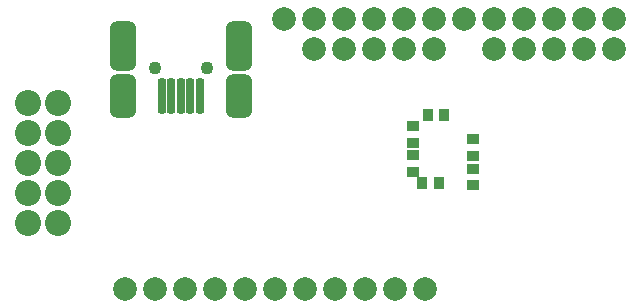
<source format=gbs>
%FSTAX23Y23*%
%MOIN*%
%SFA1B1*%

%IPPOS*%
%AMD68*
4,1,8,-0.013800,0.050200,-0.013800,-0.050200,-0.004900,-0.059100,0.004900,-0.059100,0.013800,-0.050200,0.013800,0.050200,0.004900,0.059100,-0.004900,0.059100,-0.013800,0.050200,0.0*
1,1,0.017840,-0.004900,0.050200*
1,1,0.017840,-0.004900,-0.050200*
1,1,0.017840,0.004900,-0.050200*
1,1,0.017840,0.004900,0.050200*
%
%AMD69*
4,1,8,-0.044400,0.048700,-0.044400,-0.048700,-0.020200,-0.072900,0.020200,-0.072900,0.044400,-0.048700,0.044400,0.048700,0.020200,0.072900,-0.020200,0.072900,-0.044400,0.048700,0.0*
1,1,0.048360,-0.020200,0.048700*
1,1,0.048360,-0.020200,-0.048700*
1,1,0.048360,0.020200,-0.048700*
1,1,0.048360,0.020200,0.048700*
%
%AMD70*
4,1,8,-0.044400,0.058600,-0.044400,-0.058600,-0.020200,-0.082700,0.020200,-0.082700,0.044400,-0.058600,0.044400,0.058600,0.020200,0.082700,-0.020200,0.082700,-0.044400,0.058600,0.0*
1,1,0.048360,-0.020200,0.058600*
1,1,0.048360,-0.020200,-0.058600*
1,1,0.048360,0.020200,-0.058600*
1,1,0.048360,0.020200,0.058600*
%
%AMD71*
4,1,8,-0.044400,0.048700,-0.044400,-0.048700,-0.020200,-0.072900,0.020200,-0.072900,0.044400,-0.048700,0.044400,0.048700,0.020200,0.072900,-0.020200,0.072900,-0.044400,0.048700,0.0*
1,1,0.048360,-0.020200,0.048700*
1,1,0.048360,-0.020200,-0.048700*
1,1,0.048360,0.020200,-0.048700*
1,1,0.048360,0.020200,0.048700*
%
%ADD48R,0.043430X0.035560*%
%ADD49R,0.035560X0.043430*%
%ADD65C,0.078870*%
%ADD66C,0.043430*%
%ADD67C,0.086740*%
G04~CAMADD=68~8~0.0~0.0~1182.4~276.9~89.2~0.0~15~0.0~0.0~0.0~0.0~0~0.0~0.0~0.0~0.0~0~0.0~0.0~0.0~90.0~276.0~1182.0*
%ADD68D68*%
G04~CAMADD=69~8~0.0~0.0~1457.9~887.1~241.8~0.0~15~0.0~0.0~0.0~0.0~0~0.0~0.0~0.0~0.0~0~0.0~0.0~0.0~90.0~888.0~1459.0*
%ADD69D69*%
G04~CAMADD=70~8~0.0~0.0~1654.8~887.1~241.8~0.0~15~0.0~0.0~0.0~0.0~0~0.0~0.0~0.0~0.0~0~0.0~0.0~0.0~90.0~888.0~1655.0*
%ADD70D70*%
G04~CAMADD=71~8~0.0~0.0~1457.9~887.1~241.8~0.0~15~0.0~0.0~0.0~0.0~0~0.0~0.0~0.0~0.0~0~0.0~0.0~0.0~90.0~888.0~1459.0*
%ADD71D71*%
%LNcombine8-1*%
%LPD*%
G54D48*
X01606Y00578D03*
Y00523D03*
Y0048D03*
Y00425D03*
X01407Y00525D03*
Y0047D03*
X01405Y00566D03*
Y00622D03*
G54D49*
X01456Y00661D03*
X01511D03*
X01492Y00433D03*
X01437D03*
G54D65*
X00845Y0008D03*
X00745D03*
X00645D03*
X00545D03*
X00445D03*
X01475Y0098D03*
X01375D03*
X01075D03*
X01275D03*
X00975D03*
X01175D03*
X01575D03*
X01775D03*
X01875D03*
X01975D03*
X02075D03*
X01675D03*
X01475Y0088D03*
X01375D03*
X01275D03*
X01175D03*
X01075D03*
X02075D03*
X01975D03*
X01875D03*
X01775D03*
X01675D03*
X00945Y0008D03*
X01145D03*
X01245D03*
X01345D03*
X01445D03*
X01045D03*
G54D66*
X0072Y00815D03*
X00546D03*
G54D67*
X00124Y007D03*
Y006D03*
Y005D03*
Y004D03*
Y003D03*
X00224Y005D03*
Y004D03*
Y003D03*
Y007D03*
Y006D03*
G54D68*
X00633Y00723D03*
X00696D03*
X00664D03*
X0057D03*
X00601D03*
G54D69*
X00827Y00722D03*
G54D70*
X00827Y00889D03*
X00439D03*
G54D71*
X00439Y00722D03*
M02*
</source>
